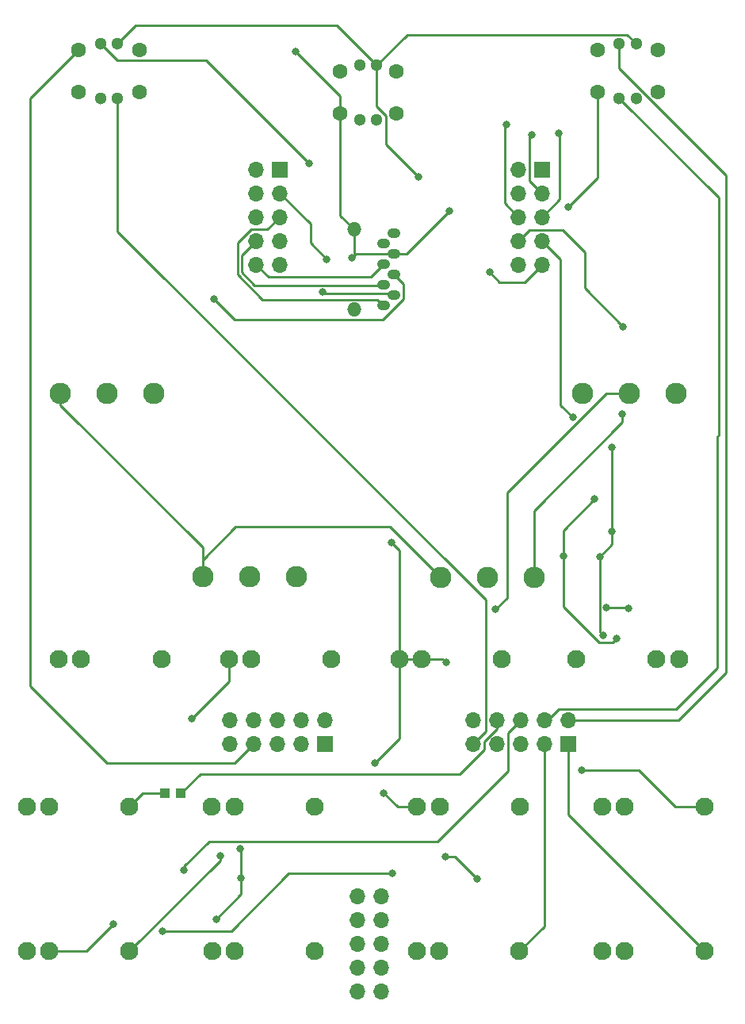
<source format=gbr>
G04 #@! TF.GenerationSoftware,KiCad,Pcbnew,7.0.1-0*
G04 #@! TF.CreationDate,2023-03-29T13:01:15-07:00*
G04 #@! TF.ProjectId,Kit-Trig-Sampler,4b69742d-5472-4696-972d-53616d706c65,rev?*
G04 #@! TF.SameCoordinates,PXb71b00PY73f50f0*
G04 #@! TF.FileFunction,Copper,L2,Bot*
G04 #@! TF.FilePolarity,Positive*
%FSLAX46Y46*%
G04 Gerber Fmt 4.6, Leading zero omitted, Abs format (unit mm)*
G04 Created by KiCad (PCBNEW 7.0.1-0) date 2023-03-29 13:01:15*
%MOMM*%
%LPD*%
G01*
G04 APERTURE LIST*
G04 #@! TA.AperFunction,ComponentPad*
%ADD10R,1.700000X1.700000*%
G04 #@! TD*
G04 #@! TA.AperFunction,ComponentPad*
%ADD11O,1.700000X1.700000*%
G04 #@! TD*
G04 #@! TA.AperFunction,ComponentPad*
%ADD12C,1.930400*%
G04 #@! TD*
G04 #@! TA.AperFunction,ComponentPad*
%ADD13C,1.600000*%
G04 #@! TD*
G04 #@! TA.AperFunction,ComponentPad*
%ADD14C,1.300000*%
G04 #@! TD*
G04 #@! TA.AperFunction,ComponentPad*
%ADD15O,1.397000X1.092200*%
G04 #@! TD*
G04 #@! TA.AperFunction,ComponentPad*
%ADD16O,1.524000X1.524000*%
G04 #@! TD*
G04 #@! TA.AperFunction,ComponentPad*
%ADD17C,2.286000*%
G04 #@! TD*
G04 #@! TA.AperFunction,SMDPad,CuDef*
%ADD18R,1.000000X1.000000*%
G04 #@! TD*
G04 #@! TA.AperFunction,ViaPad*
%ADD19C,0.800000*%
G04 #@! TD*
G04 #@! TA.AperFunction,Conductor*
%ADD20C,0.250000*%
G04 #@! TD*
G04 APERTURE END LIST*
D10*
G04 #@! TO.P,JC1,1,+12V*
G04 #@! TO.N,/A0*
X34351978Y30026200D03*
D11*
G04 #@! TO.P,JC1,2,+12V*
G04 #@! TO.N,/A1*
X34351978Y32566200D03*
G04 #@! TO.P,JC1,3,GND*
G04 #@! TO.N,/A2*
X31811978Y30026200D03*
G04 #@! TO.P,JC1,4,GND*
G04 #@! TO.N,/A3*
X31811978Y32566200D03*
G04 #@! TO.P,JC1,5,GND*
G04 #@! TO.N,/A4*
X29271978Y30026200D03*
G04 #@! TO.P,JC1,6,GND*
G04 #@! TO.N,/A5*
X29271978Y32566200D03*
G04 #@! TO.P,JC1,7,GND*
G04 #@! TO.N,/A6*
X26731978Y30026200D03*
G04 #@! TO.P,JC1,8,GND*
G04 #@! TO.N,/A7*
X26731978Y32566200D03*
G04 #@! TO.P,JC1,9,-12V*
G04 #@! TO.N,/A8*
X24191978Y30026200D03*
G04 #@! TO.P,JC1,10,-12V*
G04 #@! TO.N,/A9*
X24191978Y32566200D03*
G04 #@! TD*
G04 #@! TO.P,J14,1,+12V*
G04 #@! TO.N,Net-(D1-A)*
X37830000Y13770000D03*
G04 #@! TO.P,J14,2,+12V*
X40370000Y13770000D03*
G04 #@! TO.P,J14,3,GND*
G04 #@! TO.N,GND*
X37830000Y11230000D03*
G04 #@! TO.P,J14,4,GND*
X40370000Y11230000D03*
G04 #@! TO.P,J14,5,GND*
X37830000Y8690000D03*
G04 #@! TO.P,J14,6,GND*
X40370000Y8690000D03*
G04 #@! TO.P,J14,7,GND*
X37830000Y6150000D03*
G04 #@! TO.P,J14,8,GND*
X40370000Y6150000D03*
G04 #@! TO.P,J14,9,-12V*
G04 #@! TO.N,Net-(D2-K)*
X37830000Y3610000D03*
G04 #@! TO.P,J14,10,-12V*
X40370000Y3610000D03*
G04 #@! TD*
D10*
G04 #@! TO.P,JA1,1,+12V*
G04 #@! TO.N,-12VA*
X57542000Y91376192D03*
D11*
G04 #@! TO.P,JA1,2,+12V*
G04 #@! TO.N,VREF+*
X55002000Y91376192D03*
G04 #@! TO.P,JA1,3,GND*
G04 #@! TO.N,/D11*
X57542000Y88836192D03*
G04 #@! TO.P,JA1,4,GND*
G04 #@! TO.N,/D10*
X55002000Y88836192D03*
G04 #@! TO.P,JA1,5,GND*
G04 #@! TO.N,/D14*
X57542000Y86296192D03*
G04 #@! TO.P,JA1,6,GND*
G04 #@! TO.N,/D12*
X55002000Y86296192D03*
G04 #@! TO.P,JA1,7,GND*
G04 #@! TO.N,GND*
X57542000Y83756192D03*
G04 #@! TO.P,JA1,8,GND*
G04 #@! TO.N,GNDADC*
X55002000Y83756192D03*
G04 #@! TO.P,JA1,9,-12V*
G04 #@! TO.N,+12V*
X57542000Y81216192D03*
G04 #@! TO.P,JA1,10,-12V*
G04 #@! TO.N,/Unused(5V)*
X55002000Y81216192D03*
G04 #@! TD*
D10*
G04 #@! TO.P,JB1,1,+12V*
G04 #@! TO.N,/AUDIO_OUT2*
X60352002Y30026200D03*
D11*
G04 #@! TO.P,JB1,2,+12V*
G04 #@! TO.N,/D0*
X60352002Y32566200D03*
G04 #@! TO.P,JB1,3,GND*
G04 #@! TO.N,/AUDIO_OUT1*
X57812002Y30026200D03*
G04 #@! TO.P,JB1,4,GND*
G04 #@! TO.N,/D1*
X57812002Y32566200D03*
G04 #@! TO.P,JB1,5,GND*
G04 #@! TO.N,/AUDIO_IN2*
X55272002Y30026200D03*
G04 #@! TO.P,JB1,6,GND*
G04 #@! TO.N,/D15*
X55272002Y32566200D03*
G04 #@! TO.P,JB1,7,GND*
G04 #@! TO.N,/AUDIO_IN1*
X52732002Y30026200D03*
G04 #@! TO.P,JB1,8,GND*
G04 #@! TO.N,/D13*
X52732002Y32566200D03*
G04 #@! TO.P,JB1,9,-12V*
G04 #@! TO.N,/D3*
X50192002Y30026200D03*
G04 #@! TO.P,JB1,10,-12V*
G04 #@! TO.N,/D2*
X50192002Y32566200D03*
G04 #@! TD*
D10*
G04 #@! TO.P,JD1,1,+12V*
G04 #@! TO.N,/D5*
X29541980Y91376192D03*
D11*
G04 #@! TO.P,JD1,2,+12V*
G04 #@! TO.N,/D6*
X27001980Y91376192D03*
G04 #@! TO.P,JD1,3,GND*
G04 #@! TO.N,/D19*
X29541980Y88836192D03*
G04 #@! TO.P,JD1,4,GND*
G04 #@! TO.N,/D8*
X27001980Y88836192D03*
G04 #@! TO.P,JD1,5,GND*
G04 #@! TO.N,/D18*
X29541980Y86296192D03*
G04 #@! TO.P,JD1,6,GND*
G04 #@! TO.N,/D7*
X27001980Y86296192D03*
G04 #@! TO.P,JD1,7,GND*
G04 #@! TO.N,/D17*
X29541980Y83756192D03*
G04 #@! TO.P,JD1,8,GND*
G04 #@! TO.N,/D4*
X27001980Y83756192D03*
G04 #@! TO.P,JD1,9,-12V*
G04 #@! TO.N,/D16*
X29541980Y81216192D03*
G04 #@! TO.P,JD1,10,-12V*
G04 #@! TO.N,/D9*
X27001980Y81216192D03*
G04 #@! TD*
D12*
G04 #@! TO.P,J10,1,SIG*
G04 #@! TO.N,/AUDIO_IN1*
X55164000Y23332764D03*
G04 #@! TO.P,J10,2,SHEILD*
G04 #@! TO.N,GND*
X44191200Y23332764D03*
G04 #@! TO.P,J10,3,SW*
G04 #@! TO.N,unconnected-(J10-SW-Pad3)*
X46604200Y23332764D03*
G04 #@! TD*
D13*
G04 #@! TO.P,Bank_But1,1,UP-A*
G04 #@! TO.N,unconnected-(Bank_But1-UP-A-Pad1)*
X69950000Y104132764D03*
G04 #@! TO.P,Bank_But1,2,POLE-A*
G04 #@! TO.N,Net-(Bank_But1-POLE-A)*
X63450000Y104132764D03*
G04 #@! TO.P,Bank_But1,3,DOWN-A*
G04 #@! TO.N,unconnected-(Bank_But1-DOWN-A-Pad3)*
X69950000Y99632764D03*
G04 #@! TO.P,Bank_But1,4,UP-B*
G04 #@! TO.N,GND*
X63450000Y99632764D03*
D14*
G04 #@! TO.P,Bank_But1,5,CA*
G04 #@! TO.N,+3V3*
X67600000Y104782764D03*
G04 #@! TO.P,Bank_But1,6,G*
G04 #@! TO.N,/D0*
X65800000Y104782764D03*
G04 #@! TO.P,Bank_But1,7,R*
G04 #@! TO.N,/D1*
X65800000Y98982764D03*
G04 #@! TO.P,Bank_But1,8,B*
G04 #@! TO.N,Net-(Bank_But1-B)*
X67600000Y98982764D03*
G04 #@! TD*
D15*
G04 #@! TO.P,SD1,1,DAT2*
G04 #@! TO.N,/D18*
X40630000Y76850249D03*
G04 #@! TO.P,SD1,2,CD/DAT3*
G04 #@! TO.N,/D19*
X41729820Y77950069D03*
G04 #@! TO.P,SD1,3,CMD*
G04 #@! TO.N,/D4*
X40630000Y79050143D03*
G04 #@! TO.P,SD1,4,VDD*
G04 #@! TO.N,+3V3*
X41729820Y80149963D03*
G04 #@! TO.P,SD1,5,CLK*
G04 #@! TO.N,/D9*
X40630000Y81250037D03*
G04 #@! TO.P,SD1,6,VSS*
G04 #@! TO.N,GND*
X41729820Y82349857D03*
G04 #@! TO.P,SD1,7,DAT0*
G04 #@! TO.N,/D16*
X40630000Y83449931D03*
G04 #@! TO.P,SD1,8,DAT1*
G04 #@! TO.N,/D17*
X41729820Y84549751D03*
D16*
G04 #@! TO.P,SD1,9,SHELL1*
G04 #@! TO.N,GND*
X37460080Y76407400D03*
G04 #@! TO.P,SD1,10,SHELL2*
X37460080Y84992600D03*
G04 #@! TD*
D17*
G04 #@! TO.P,POT_LENGTH1,1,Left*
G04 #@! TO.N,GNDADC*
X31300000Y47866000D03*
G04 #@! TO.P,POT_LENGTH1,2,Center*
G04 #@! TO.N,/A7*
X26300000Y47866000D03*
G04 #@! TO.P,POT_LENGTH1,3,Right*
G04 #@! TO.N,VREF+*
X21300000Y47866000D03*
G04 #@! TD*
D12*
G04 #@! TO.P,J2,1,SIG*
G04 #@! TO.N,Net-(J2-SIG)*
X35057000Y39132764D03*
G04 #@! TO.P,J2,2,SHEILD*
G04 #@! TO.N,GND*
X24084200Y39132764D03*
G04 #@! TO.P,J2,3,SW*
X26497200Y39132764D03*
G04 #@! TD*
D17*
G04 #@! TO.P,POT_PITCH1,1,Left*
G04 #@! TO.N,GNDADC*
X71900000Y67453764D03*
G04 #@! TO.P,POT_PITCH1,2,Center*
G04 #@! TO.N,/A1*
X66900000Y67453764D03*
G04 #@! TO.P,POT_PITCH1,3,Right*
G04 #@! TO.N,VREF+*
X61900000Y67453764D03*
G04 #@! TD*
D12*
G04 #@! TO.P,J7,1,SIG*
G04 #@! TO.N,Net-(J7-SIG)*
X33277000Y7907764D03*
G04 #@! TO.P,J7,2,SHEILD*
G04 #@! TO.N,GND*
X22304200Y7907764D03*
G04 #@! TO.P,J7,3,SW*
G04 #@! TO.N,unconnected-(J7-SW-Pad3)*
X24717200Y7907764D03*
G04 #@! TD*
G04 #@! TO.P,J6,1,SIG*
G04 #@! TO.N,Net-(J6-SIG)*
X13482000Y23332764D03*
G04 #@! TO.P,J6,2,SHEILD*
G04 #@! TO.N,GND*
X2509200Y23332764D03*
G04 #@! TO.P,J6,3,SW*
X4922200Y23332764D03*
G04 #@! TD*
G04 #@! TO.P,J4,1,SIG*
G04 #@! TO.N,Net-(J4-SIG)*
X61193000Y39132764D03*
G04 #@! TO.P,J4,2,SHEILD*
G04 #@! TO.N,GND*
X72165800Y39132764D03*
G04 #@! TO.P,J4,3,SW*
X69752800Y39132764D03*
G04 #@! TD*
D13*
G04 #@! TO.P,REV_BUT1,1,UP-A*
G04 #@! TO.N,unconnected-(REV_BUT1-UP-A-Pad1)*
X14550000Y104132764D03*
G04 #@! TO.P,REV_BUT1,2,POLE-A*
G04 #@! TO.N,/A6*
X8050000Y104132764D03*
G04 #@! TO.P,REV_BUT1,3,DOWN-A*
G04 #@! TO.N,unconnected-(REV_BUT1-DOWN-A-Pad3)*
X14550000Y99632764D03*
G04 #@! TO.P,REV_BUT1,4,UP-B*
G04 #@! TO.N,GND*
X8050000Y99632764D03*
D14*
G04 #@! TO.P,REV_BUT1,5,CA*
G04 #@! TO.N,+3V3*
X12200000Y104782764D03*
G04 #@! TO.P,REV_BUT1,6,G*
G04 #@! TO.N,/D10*
X10400000Y104782764D03*
G04 #@! TO.P,REV_BUT1,7,R*
G04 #@! TO.N,Net-(REV_BUT1-R)*
X10400000Y98982764D03*
G04 #@! TO.P,REV_BUT1,8,B*
G04 #@! TO.N,/D3*
X12200000Y98982764D03*
G04 #@! TD*
D12*
G04 #@! TO.P,J5,1,SIG*
G04 #@! TO.N,Net-(J5-SIG)*
X13482000Y7907764D03*
G04 #@! TO.P,J5,2,SHEILD*
G04 #@! TO.N,GND*
X2509200Y7907764D03*
G04 #@! TO.P,J5,3,SW*
X4922200Y7907764D03*
G04 #@! TD*
G04 #@! TO.P,J9,1,SIG*
G04 #@! TO.N,/AUDIO_OUT1*
X55137000Y7907764D03*
G04 #@! TO.P,J9,2,SHEILD*
G04 #@! TO.N,GND*
X44164200Y7907764D03*
G04 #@! TO.P,J9,3,SW*
G04 #@! TO.N,unconnected-(J9-SW-Pad3)*
X46577200Y7907764D03*
G04 #@! TD*
G04 #@! TO.P,J8,1,SIG*
G04 #@! TO.N,/AUDIO_IN2*
X74932000Y23332764D03*
G04 #@! TO.P,J8,2,SHEILD*
G04 #@! TO.N,GND*
X63959200Y23332764D03*
G04 #@! TO.P,J8,3,SW*
G04 #@! TO.N,unconnected-(J8-SW-Pad3)*
X66372200Y23332764D03*
G04 #@! TD*
G04 #@! TO.P,J1,1,SIG*
G04 #@! TO.N,Net-(J1-SIG)*
X53282000Y39132764D03*
G04 #@! TO.P,J1,2,SHEILD*
G04 #@! TO.N,GND*
X42309200Y39132764D03*
G04 #@! TO.P,J1,3,SW*
X44722200Y39132764D03*
G04 #@! TD*
G04 #@! TO.P,J11,1,SIG*
G04 #@! TO.N,/AUDIO_OUT2*
X74932000Y7907764D03*
G04 #@! TO.P,J11,2,SHEILD*
G04 #@! TO.N,GND*
X63959200Y7907764D03*
G04 #@! TO.P,J11,3,SW*
G04 #@! TO.N,unconnected-(J11-SW-Pad3)*
X66372200Y7907764D03*
G04 #@! TD*
D18*
G04 #@! TO.P,R20,1*
G04 #@! TO.N,Net-(J6-SIG)*
X17250000Y24760000D03*
G04 #@! TO.P,R20,2*
G04 #@! TO.N,/D13*
X18950000Y24760000D03*
G04 #@! TD*
D12*
G04 #@! TO.P,J13,1,SIG*
G04 #@! TO.N,Net-(J13-SIG)*
X33250000Y23332764D03*
G04 #@! TO.P,J13,2,SHEILD*
G04 #@! TO.N,GND*
X22277200Y23332764D03*
G04 #@! TO.P,J13,3,SW*
X24690200Y23332764D03*
G04 #@! TD*
D17*
G04 #@! TO.P,POT_START1,1,Left*
G04 #@! TO.N,GNDADC*
X56700000Y47821681D03*
G04 #@! TO.P,POT_START1,2,Center*
G04 #@! TO.N,/A3*
X51700000Y47821681D03*
G04 #@! TO.P,POT_START1,3,Right*
G04 #@! TO.N,VREF+*
X46700000Y47821681D03*
G04 #@! TD*
D13*
G04 #@! TO.P,PLAY_BUT1,1,UP-A*
G04 #@! TO.N,unconnected-(PLAY_BUT1-UP-A-Pad1)*
X41996000Y101857764D03*
G04 #@! TO.P,PLAY_BUT1,2,POLE-A*
G04 #@! TO.N,Net-(PLAY_BUT1-POLE-A)*
X36004000Y101857764D03*
G04 #@! TO.P,PLAY_BUT1,3,DOWN-A*
G04 #@! TO.N,unconnected-(PLAY_BUT1-DOWN-A-Pad3)*
X41996000Y97357764D03*
G04 #@! TO.P,PLAY_BUT1,4,UP-B*
G04 #@! TO.N,GND*
X36004000Y97357764D03*
D14*
G04 #@! TO.P,PLAY_BUT1,5,CA*
G04 #@! TO.N,+3V3*
X39900000Y102507764D03*
G04 #@! TO.P,PLAY_BUT1,6,G*
G04 #@! TO.N,Net-(PLAY_BUT1-G)*
X38100000Y102507764D03*
G04 #@! TO.P,PLAY_BUT1,7,R*
G04 #@! TO.N,Net-(PLAY_BUT1-R)*
X38100000Y96707764D03*
G04 #@! TO.P,PLAY_BUT1,8,B*
G04 #@! TO.N,Net-(PLAY_BUT1-B)*
X39900000Y96707764D03*
G04 #@! TD*
D17*
G04 #@! TO.P,POT_SAMP1,1,Left*
G04 #@! TO.N,GNDADC*
X16100000Y67453764D03*
G04 #@! TO.P,POT_SAMP1,2,Center*
G04 #@! TO.N,/A9*
X11100000Y67453764D03*
G04 #@! TO.P,POT_SAMP1,3,Right*
G04 #@! TO.N,VREF+*
X6100000Y67453764D03*
G04 #@! TD*
D12*
G04 #@! TO.P,J3,1,SIG*
G04 #@! TO.N,Net-(J3-SIG)*
X16882000Y39132764D03*
G04 #@! TO.P,J3,2,SHEILD*
G04 #@! TO.N,GND*
X5909200Y39132764D03*
G04 #@! TO.P,J3,3,SW*
X8322200Y39132764D03*
G04 #@! TD*
D19*
G04 #@! TO.N,GND*
X41480000Y51520000D03*
X37240000Y81950000D03*
X60350000Y87390000D03*
X60857701Y64922299D03*
X11780000Y10820000D03*
X39680000Y28000000D03*
X63180000Y56170000D03*
X20140000Y32760000D03*
X50630000Y15620000D03*
X47280000Y38780000D03*
X25410000Y15720000D03*
X47650000Y86920000D03*
X22730000Y11350000D03*
X31260000Y103995500D03*
X25310000Y18860000D03*
X65525602Y41304398D03*
X40660000Y24800000D03*
X47250000Y17980000D03*
X59850000Y50070000D03*
G04 #@! TO.N,+3V3*
X22550000Y77520000D03*
X44340000Y90610000D03*
G04 #@! TO.N,GNDADC*
X66210000Y74620000D03*
X66150000Y65290000D03*
G04 #@! TO.N,+12V*
X17000000Y10090000D03*
X65030000Y52770000D03*
X65030000Y61730000D03*
X63710000Y50060000D03*
X51970000Y80400000D03*
X64040000Y41610000D03*
X41590000Y16240000D03*
G04 #@! TO.N,/D15*
X19330000Y16540000D03*
G04 #@! TO.N,/AUDIO_IN2*
X61820000Y27210000D03*
G04 #@! TO.N,/D11*
X56440000Y95090000D03*
G04 #@! TO.N,/D10*
X32690000Y92005500D03*
G04 #@! TO.N,/D14*
X59320000Y95220000D03*
G04 #@! TO.N,/D12*
X53720000Y96170000D03*
G04 #@! TO.N,/D19*
X34110000Y78270000D03*
X34550000Y81800000D03*
G04 #@! TO.N,/A1*
X52600000Y44410000D03*
G04 #@! TO.N,Net-(J4-SIG)*
X66750000Y44540000D03*
X64450000Y44640000D03*
G04 #@! TO.N,Net-(J5-SIG)*
X23190000Y18100000D03*
G04 #@! TD*
D20*
G04 #@! TO.N,GND*
X36004000Y97357764D02*
X36004000Y99251500D01*
X63675000Y40885000D02*
X59850000Y44710000D01*
X8867764Y7907764D02*
X11780000Y10820000D01*
X65525602Y41304398D02*
X65106204Y40885000D01*
X59850000Y44710000D02*
X59850000Y50070000D01*
X41729820Y82349857D02*
X43079857Y82349857D01*
X59542412Y81755780D02*
X57542000Y83756192D01*
X42309200Y50690800D02*
X41480000Y51520000D01*
X25410000Y18760000D02*
X25310000Y18860000D01*
X44722200Y39132764D02*
X42309200Y39132764D01*
X24084200Y36704200D02*
X20140000Y32760000D01*
X37460080Y82170080D02*
X37240000Y81950000D01*
X25410000Y15720000D02*
X25410000Y18760000D01*
X42309200Y30629200D02*
X42309200Y39132764D01*
X42309200Y39132764D02*
X42309200Y50690800D01*
X46927236Y39132764D02*
X47280000Y38780000D01*
X60350000Y87390000D02*
X63450000Y90490000D01*
X24084200Y39132764D02*
X24084200Y36704200D01*
X37460080Y84992600D02*
X37460080Y82170080D01*
X37639857Y82349857D02*
X37240000Y81950000D01*
X44722200Y39132764D02*
X46927236Y39132764D01*
X60857701Y64922299D02*
X59542412Y66237588D01*
X59542412Y66237588D02*
X59542412Y81755780D01*
X41729820Y82349857D02*
X37639857Y82349857D01*
X47250000Y17980000D02*
X48270000Y17980000D01*
X36004000Y99251500D02*
X31260000Y103995500D01*
X65106204Y40885000D02*
X63675000Y40885000D01*
X63180000Y56170000D02*
X59850000Y52840000D01*
X22730000Y11350000D02*
X25410000Y14030000D01*
X63450000Y90490000D02*
X63450000Y99632764D01*
X42127236Y23332764D02*
X40660000Y24800000D01*
X44191200Y23332764D02*
X42127236Y23332764D01*
X48270000Y17980000D02*
X50630000Y15620000D01*
X25410000Y14030000D02*
X25410000Y15720000D01*
X39680000Y28000000D02*
X42309200Y30629200D01*
X43079857Y82349857D02*
X47650000Y86920000D01*
X4922200Y7907764D02*
X8867764Y7907764D01*
X59850000Y52840000D02*
X59850000Y50070000D01*
X36004000Y86448680D02*
X37460080Y84992600D01*
X36004000Y97357764D02*
X36004000Y86448680D01*
G04 #@! TO.N,+3V3*
X39900000Y102507764D02*
X43150000Y105757764D01*
X35627764Y106780000D02*
X20700000Y106780000D01*
X42753320Y79126463D02*
X42753320Y77563320D01*
X39900000Y98086623D02*
X40875000Y97111623D01*
X20670000Y106750000D02*
X14167236Y106750000D01*
X40875000Y97111623D02*
X40875000Y94075000D01*
X42753320Y77563320D02*
X40510400Y75320400D01*
X24749600Y75320400D02*
X22550000Y77520000D01*
X40510400Y75320400D02*
X24749600Y75320400D01*
X40875000Y94075000D02*
X44340000Y90610000D01*
X20700000Y106780000D02*
X20670000Y106750000D01*
X14167236Y106750000D02*
X12200000Y104782764D01*
X41729820Y80149963D02*
X42753320Y79126463D01*
X39900000Y102507764D02*
X35627764Y106780000D01*
X66625000Y105757764D02*
X67600000Y104782764D01*
X43150000Y105757764D02*
X66625000Y105757764D01*
X39900000Y102507764D02*
X39900000Y98086623D01*
G04 #@! TO.N,GNDADC*
X66150000Y65290000D02*
X66150000Y64420000D01*
X62110000Y82550000D02*
X59728808Y84931192D01*
X56177000Y84931192D02*
X55002000Y83756192D01*
X59728808Y84931192D02*
X56177000Y84931192D01*
X62110000Y78720000D02*
X62110000Y82550000D01*
X56700000Y54970000D02*
X66150000Y64420000D01*
X56700000Y54970000D02*
X56700000Y47821681D01*
X66210000Y74620000D02*
X62110000Y78720000D01*
G04 #@! TO.N,+12V*
X65030000Y52770000D02*
X65030000Y51380000D01*
X65030000Y61730000D02*
X65030000Y52770000D01*
X55675808Y79350000D02*
X57542000Y81216192D01*
X30490000Y16240000D02*
X41590000Y16240000D01*
X17000000Y10090000D02*
X24340000Y10090000D01*
X24340000Y10090000D02*
X30490000Y16240000D01*
X53020000Y79350000D02*
X55675808Y79350000D01*
X65030000Y51380000D02*
X63710000Y50060000D01*
X63710000Y41940000D02*
X63710000Y50060000D01*
X51970000Y80400000D02*
X53020000Y79350000D01*
X64040000Y41610000D02*
X63710000Y41940000D01*
G04 #@! TO.N,/A6*
X26731978Y30026200D02*
X24705778Y28000000D01*
X2880000Y36230000D02*
X2880000Y98962764D01*
X11110000Y28000000D02*
X2880000Y36230000D01*
X2880000Y98962764D02*
X8050000Y104132764D01*
X24705778Y28000000D02*
X11110000Y28000000D01*
G04 #@! TO.N,/D15*
X53907002Y31201200D02*
X55272002Y32566200D01*
X19330000Y16990000D02*
X22010000Y19670000D01*
X19330000Y16540000D02*
X19330000Y16990000D01*
X53907002Y27187002D02*
X53907002Y31201200D01*
X22010000Y19670000D02*
X46390000Y19670000D01*
X46390000Y19670000D02*
X53907002Y27187002D01*
G04 #@! TO.N,/D13*
X52732002Y31687901D02*
X52732002Y32566200D01*
X48740000Y26840000D02*
X51367002Y29467002D01*
X51367002Y30322901D02*
X52732002Y31687901D01*
X21030000Y26840000D02*
X48740000Y26840000D01*
X18950000Y24760000D02*
X21030000Y26840000D01*
X51367002Y29467002D02*
X51367002Y30322901D01*
G04 #@! TO.N,/AUDIO_IN2*
X61820000Y27210000D02*
X67910000Y27210000D01*
X67910000Y27210000D02*
X71787236Y23332764D01*
X71787236Y23332764D02*
X74932000Y23332764D01*
G04 #@! TO.N,/AUDIO_OUT1*
X57812002Y30026200D02*
X57812002Y10582766D01*
X57812002Y10582766D02*
X55137000Y7907764D01*
G04 #@! TO.N,/AUDIO_OUT2*
X60352002Y30026200D02*
X60352002Y22487762D01*
X60352002Y22487762D02*
X74932000Y7907764D01*
G04 #@! TO.N,VREF+*
X21300000Y47866000D02*
X21300000Y49720000D01*
X41271681Y53250000D02*
X46700000Y47821681D01*
X21300000Y49720000D02*
X24830000Y53250000D01*
X24830000Y53250000D02*
X41271681Y53250000D01*
X6100000Y67453764D02*
X6100000Y66220000D01*
X6100000Y66220000D02*
X21300000Y51020000D01*
X21300000Y51020000D02*
X21300000Y47866000D01*
G04 #@! TO.N,/D11*
X56440000Y95090000D02*
X56190000Y94840000D01*
X56190000Y90188192D02*
X57542000Y88836192D01*
X56190000Y94840000D02*
X56190000Y90188192D01*
G04 #@! TO.N,/D10*
X10400000Y104782764D02*
X12175000Y103007764D01*
X12175000Y103007764D02*
X21687736Y103007764D01*
X21687736Y103007764D02*
X32690000Y92005500D01*
G04 #@! TO.N,/D14*
X59450000Y95090000D02*
X59450000Y88204192D01*
X59450000Y88204192D02*
X57542000Y86296192D01*
X59320000Y95220000D02*
X59450000Y95090000D01*
G04 #@! TO.N,/D12*
X53720000Y96170000D02*
X53540000Y95990000D01*
X53540000Y87758192D02*
X55002000Y86296192D01*
X53540000Y95990000D02*
X53540000Y87758192D01*
G04 #@! TO.N,/D0*
X72106200Y32566200D02*
X77220000Y37680000D01*
X65800000Y102190000D02*
X65800000Y104782764D01*
X77220000Y90770000D02*
X65800000Y102190000D01*
X60352002Y32566200D02*
X72106200Y32566200D01*
X77220000Y37680000D02*
X77220000Y90770000D01*
G04 #@! TO.N,/D1*
X76300000Y62857698D02*
X76410000Y62967698D01*
X59321200Y33741200D02*
X71891200Y33741200D01*
X58146200Y32566200D02*
X59321200Y33741200D01*
X76410000Y88372764D02*
X65800000Y98982764D01*
X76410000Y62967698D02*
X76410000Y88372764D01*
X71891200Y33741200D02*
X76300000Y38150000D01*
X76300000Y38150000D02*
X76300000Y62857698D01*
G04 #@! TO.N,/D3*
X50192002Y30026200D02*
X51557002Y31391200D01*
X51557002Y31391200D02*
X51557002Y45412998D01*
X51557002Y45412998D02*
X12200000Y84770000D01*
X12200000Y84770000D02*
X12200000Y98982764D01*
G04 #@! TO.N,/D19*
X34110000Y78270000D02*
X34210000Y78170000D01*
X32810000Y85568172D02*
X29541980Y88836192D01*
X34210000Y78170000D02*
X41509889Y78170000D01*
X34550000Y81800000D02*
X32810000Y83540000D01*
X32810000Y83540000D02*
X32810000Y85568172D01*
G04 #@! TO.N,/D18*
X39985849Y77494400D02*
X40630000Y76850249D01*
X25030000Y83520000D02*
X25030000Y80150000D01*
X25030000Y80150000D02*
X27685600Y77494400D01*
X28205788Y84960000D02*
X26470000Y84960000D01*
X29541980Y86296192D02*
X28205788Y84960000D01*
X27685600Y77494400D02*
X39985849Y77494400D01*
X26470000Y84960000D02*
X25030000Y83520000D01*
G04 #@! TO.N,/D9*
X27001980Y81216192D02*
X28308172Y79910000D01*
X28308172Y79910000D02*
X39289963Y79910000D01*
X39289963Y79910000D02*
X40630000Y81250037D01*
G04 #@! TO.N,/A1*
X53840000Y56880000D02*
X64413764Y67453764D01*
X64413764Y67453764D02*
X66900000Y67453764D01*
X52600000Y44410000D02*
X53840000Y45650000D01*
X53840000Y45650000D02*
X53840000Y56880000D01*
G04 #@! TO.N,Net-(J4-SIG)*
X64450000Y44640000D02*
X66650000Y44640000D01*
X66650000Y44640000D02*
X66750000Y44540000D01*
G04 #@! TO.N,/D4*
X25480000Y82234212D02*
X25480000Y80380000D01*
X26865000Y78995000D02*
X40574857Y78995000D01*
X25480000Y80380000D02*
X26865000Y78995000D01*
X27001980Y83756192D02*
X25480000Y82234212D01*
G04 #@! TO.N,Net-(J5-SIG)*
X23190000Y18100000D02*
X23190000Y17615764D01*
X23190000Y17615764D02*
X13482000Y7907764D01*
G04 #@! TO.N,Net-(J6-SIG)*
X14909236Y24760000D02*
X13482000Y23332764D01*
X17250000Y24760000D02*
X14909236Y24760000D01*
G04 #@! TD*
M02*

</source>
